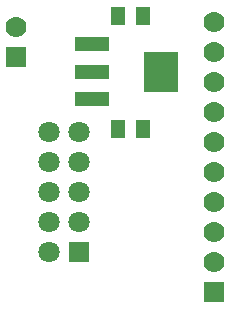
<source format=gbs>
G04*
G04 #@! TF.GenerationSoftware,Altium Limited,Altium Designer,19.0.15 (446)*
G04*
G04 Layer_Color=16711935*
%FSLAX25Y25*%
%MOIN*%
G70*
G01*
G75*
%ADD20R,0.07000X0.07000*%
%ADD21C,0.07000*%
%ADD22C,0.07100*%
%ADD23R,0.07100X0.07100*%
%ADD34R,0.04800X0.05900*%
%ADD35R,0.11430X0.13792*%
%ADD36R,0.11430X0.04737*%
D20*
X9000Y85500D02*
D03*
X75000Y7000D02*
D03*
D21*
X9000Y95500D02*
D03*
X75000Y27000D02*
D03*
Y97000D02*
D03*
Y87000D02*
D03*
Y77000D02*
D03*
Y67000D02*
D03*
Y57000D02*
D03*
Y47000D02*
D03*
Y37000D02*
D03*
Y17000D02*
D03*
D22*
X20000Y60500D02*
D03*
X30000D02*
D03*
X20000Y50500D02*
D03*
X30000D02*
D03*
X20000Y40500D02*
D03*
X30000D02*
D03*
X20000Y30500D02*
D03*
X30000D02*
D03*
X20000Y20500D02*
D03*
D23*
X30000D02*
D03*
D34*
X43000Y99000D02*
D03*
X51300D02*
D03*
X43000Y61500D02*
D03*
X51300D02*
D03*
D35*
X57500Y80500D02*
D03*
D36*
X34272Y89555D02*
D03*
Y80500D02*
D03*
Y71445D02*
D03*
M02*

</source>
